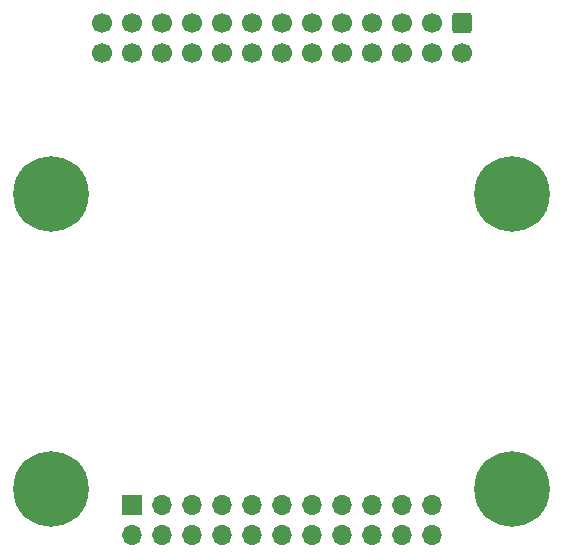
<source format=gbr>
%TF.GenerationSoftware,KiCad,Pcbnew,8.0.0*%
%TF.CreationDate,2024-03-05T00:42:56-08:00*%
%TF.ProjectId,DSS-SSR4E,4453532d-5353-4523-9445-2e6b69636164,rev?*%
%TF.SameCoordinates,Original*%
%TF.FileFunction,Soldermask,Bot*%
%TF.FilePolarity,Negative*%
%FSLAX46Y46*%
G04 Gerber Fmt 4.6, Leading zero omitted, Abs format (unit mm)*
G04 Created by KiCad (PCBNEW 8.0.0) date 2024-03-05 00:42:56*
%MOMM*%
%LPD*%
G01*
G04 APERTURE LIST*
G04 Aperture macros list*
%AMRoundRect*
0 Rectangle with rounded corners*
0 $1 Rounding radius*
0 $2 $3 $4 $5 $6 $7 $8 $9 X,Y pos of 4 corners*
0 Add a 4 corners polygon primitive as box body*
4,1,4,$2,$3,$4,$5,$6,$7,$8,$9,$2,$3,0*
0 Add four circle primitives for the rounded corners*
1,1,$1+$1,$2,$3*
1,1,$1+$1,$4,$5*
1,1,$1+$1,$6,$7*
1,1,$1+$1,$8,$9*
0 Add four rect primitives between the rounded corners*
20,1,$1+$1,$2,$3,$4,$5,0*
20,1,$1+$1,$4,$5,$6,$7,0*
20,1,$1+$1,$6,$7,$8,$9,0*
20,1,$1+$1,$8,$9,$2,$3,0*%
G04 Aperture macros list end*
%ADD10C,0.800000*%
%ADD11C,6.400000*%
%ADD12R,1.700000X1.700000*%
%ADD13O,1.700000X1.700000*%
%ADD14RoundRect,0.250000X-0.600000X0.600000X-0.600000X-0.600000X0.600000X-0.600000X0.600000X0.600000X0*%
%ADD15C,1.700000*%
G04 APERTURE END LIST*
D10*
%TO.C,H2*%
X244018200Y-91015000D03*
X245715256Y-91717944D03*
X242321144Y-91717944D03*
X246418200Y-93415000D03*
D11*
X244018200Y-93415000D03*
D10*
X241618200Y-93415000D03*
X245715256Y-95112056D03*
X242321144Y-95112056D03*
X244018200Y-95815000D03*
X244018200Y-116015000D03*
X245715256Y-116717944D03*
X242321144Y-116717944D03*
X246418200Y-118415000D03*
D11*
X244018200Y-118415000D03*
D10*
X241618200Y-118415000D03*
X245715256Y-120112056D03*
X242321144Y-120112056D03*
X244018200Y-120815000D03*
%TD*%
%TO.C,H1*%
X205003800Y-91011800D03*
X206700856Y-91714744D03*
X203306744Y-91714744D03*
X207403800Y-93411800D03*
D11*
X205003800Y-93411800D03*
D10*
X202603800Y-93411800D03*
X206700856Y-95108856D03*
X203306744Y-95108856D03*
X205003800Y-95811800D03*
X205003800Y-116011800D03*
X206700856Y-116714744D03*
X203306744Y-116714744D03*
X207403800Y-118411800D03*
D11*
X205003800Y-118411800D03*
D10*
X202603800Y-118411800D03*
X206700856Y-120108856D03*
X203306744Y-120108856D03*
X205003800Y-120811800D03*
%TD*%
D12*
%TO.C,J2*%
X211811000Y-119704000D03*
D13*
X211811000Y-122244000D03*
X214351000Y-119704000D03*
X214351000Y-122244000D03*
X216891000Y-119704000D03*
X216891000Y-122244000D03*
X219431000Y-119704000D03*
X219431000Y-122244000D03*
X221971000Y-119704000D03*
X221971000Y-122244000D03*
X224511000Y-119704000D03*
X224511000Y-122244000D03*
X227051000Y-119704000D03*
X227051000Y-122244000D03*
X229591000Y-119704000D03*
X229591000Y-122244000D03*
X232131000Y-119704000D03*
X232131000Y-122244000D03*
X234671000Y-119704000D03*
X234671000Y-122244000D03*
X237211000Y-119704000D03*
X237211000Y-122244000D03*
%TD*%
D14*
%TO.C,J1*%
X239751000Y-78911600D03*
D15*
X239751000Y-81451600D03*
X237211000Y-78911600D03*
X237211000Y-81451600D03*
X234671000Y-78911600D03*
X234671000Y-81451600D03*
X232131000Y-78911600D03*
X232131000Y-81451600D03*
X229591000Y-78911600D03*
X229591000Y-81451600D03*
X227051000Y-78911600D03*
X227051000Y-81451600D03*
X224511000Y-78911600D03*
X224511000Y-81451600D03*
X221971000Y-78911600D03*
X221971000Y-81451600D03*
X219431000Y-78911600D03*
X219431000Y-81451600D03*
X216891000Y-78911600D03*
X216891000Y-81451600D03*
X214351000Y-78911600D03*
X214351000Y-81451600D03*
X211811000Y-78911600D03*
X211811000Y-81451600D03*
X209271000Y-78911600D03*
X209271000Y-81451600D03*
%TD*%
M02*

</source>
